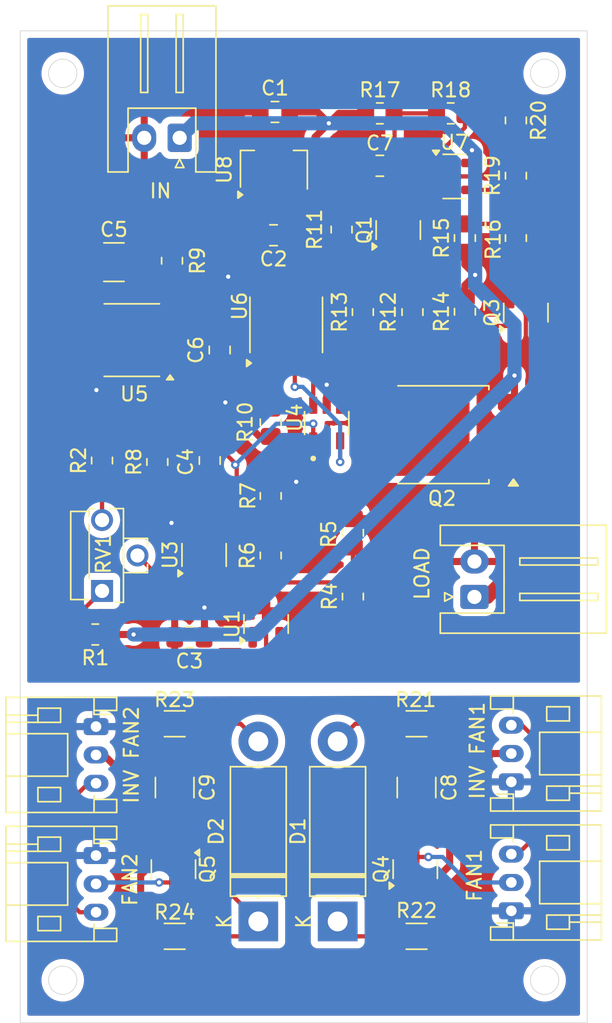
<source format=kicad_pcb>
(kicad_pcb (version 20241129) (generator "pcbnew") (generator_version "9.0")
  (layers (0 "F.Cu" signal) (2 "B.Cu" signal) (13 "F.Paste" user) (15 "B.Paste" user) (5 "F.SilkS" user "F.Silkscreen") (7 "B.SilkS" user "B.Silkscreen") (1 "F.Mask" user) (3 "B.Mask" user) (25 "Edge.Cuts" user))
  (net 0 "")
  (net 1 "/TRIGGER")
  (net 2 "Net-(U1-OUT)")
  (net 3 "Net-(U5-TR)")
  (net 4 "GND")
  (net 5 "Net-(U5-DIS)")
  (net 6 "Net-(U6-TR)")
  (net 7 "Net-(C7-Pad1)")
  (net 8 "/BOOTSTRAP")
  (net 9 "Net-(Q1-D)")
  (net 10 "+12V")
  (net 11 "Net-(Q3-G)")
  (net 12 "Net-(Q1-G)")
  (net 13 "Net-(R1-Pad2)")
  (net 14 "+5V")
  (net 15 "Net-(U7-+)")
  (net 16 "/VBAT")
  (net 17 "/LOAD")
  (net 18 "Net-(U7--)")
  (net 19 "/RESET")
  (net 20 "Net-(R19-Pad1)")
  (net 23 "/VREF")
  (net 26 "Net-(R2-Pad1)")
  (net 27 "/TIMEOUT")
  (net 28 "/SHUTDOWN-L")
  (net 29 "/SHUTDOWN-H")
  (net 30 "Net-(D1-A)")
  (net 31 "Net-(D2-A)")
  (net 32 "Net-(D1-K)")
  (net 33 "Net-(D2-K)")
  (net 34 "/FAN POWER1")
  (net 35 "/TACHOMETER1")
  (net 36 "/FAN POWER2")
  (net 37 "/TACHOMETER2")
  (net 38 "INV GND")
  (net 39 "INV1 +12V")
  (net 40 "INV2 +12V")
  (footprint "Capacitor_SMD:C_1210_3225Metric_Pad1.33x2.70mm_HandSolder" (layer "F.Cu") (at 36.6125 46.325)
    (property "Reference" "C5" (at 0 -2.3 0) (layer "F.SilkS"))
    (property "Value" "10u")
    (pad "1" smd roundrect (at -1.5625 0) (size 1.325 2.7) (layers "F.Cu" "F.Mask" "F.Paste") (roundrect_rratio 0.188679) (net 4 "GND"))
    (pad "2" smd roundrect (at 1.5625 0) (size 1.325 2.7) (layers "F.Cu" "F.Mask" "F.Paste") (roundrect_rratio 0.188679) (net 5 "Net-(U5-DIS)"))
  )
  (footprint "SN74LVC2G04DBVR:SOT95P280X145-6N" (layer "F.Cu") (at 51.625 57.68 90)
    (property "Reference" "U4" (at 0.375 -2.25 90) (layer "F.SilkS"))
    (property "Value" "SN74LVC2G04DBVR")
    (pad "1" smd roundrect (at -1.255 -0.95 90) (size 1.21 0.58) (layers "F.Cu" "F.Mask" "F.Paste") (roundrect_rratio 0.125) (net 1 "/TRIGGER"))
    (pad "2" smd roundrect (at -1.255 0 90) (size 1.21 0.58) (layers "F.Cu" "F.Mask" "F.Paste") (roundrect_rratio 0.125) (net 4 "GND"))
    (pad "3" smd roundrect (at -1.255 0.95 90) (size 1.21 0.58) (layers "F.Cu" "F.Mask" "F.Paste") (roundrect_rratio 0.125) (net 29 "/SHUTDOWN-H"))
    (pad "4" smd roundrect (at 1.255 0.95 90) (size 1.21 0.58) (layers "F.Cu" "F.Mask" "F.Paste") (roundrect_rratio 0.125) (net 28 "/SHUTDOWN-L"))
    (pad "5" smd roundrect (at 1.255 0 90) (size 1.21 0.58) (layers "F.Cu" "F.Mask" "F.Paste") (roundrect_rratio 0.125) (net 14 "+5V"))
    (pad "6" smd roundrect (at 1.255 -0.95 90) (size 1.21 0.58) (layers "F.Cu" "F.Mask" "F.Paste") (roundrect_rratio 0.125) (net 19 "/RESET"))
  )
  (footprint "Connector_JST:JST_PH_S3B-PH-K_1x03_P2.00mm_Horizontal" (layer "F.Cu") (at 64.65 92.1 90)
    (property "Reference" "IN1" (hide yes))
    (property "Value" "FAN1" (at 2.5 -2.6 90) (layer "F.SilkS"))
    (pad "1" thru_hole roundrect (at 0 0 90) (size 1.2 1.75) (drill 0.75) (layers "*.Cu" "*.Mask") (roundrect_rratio 0.208333) (net 38 "INV GND"))
    (pad "2" thru_hole oval (at 2 0 90) (size 1.2 1.75) (drill 0.75) (layers "*.Cu" "*.Mask") (net 34 "/FAN POWER1"))
    (pad "3" thru_hole oval (at 4 0 90) (size 1.2 1.75) (drill 0.75) (layers "*.Cu" "*.Mask") (net 35 "/TACHOMETER1"))
  )
  (footprint "Capacitor_SMD:C_0805_2012Metric_Pad1.18x1.45mm_HandSolder" (layer "F.Cu") (at 43.375 60.325 -90)
    (property "Reference" "C4" (at 0.1 1.7 90) (layer "F.SilkS"))
    (property "Value" "10n")
    (pad "1" smd roundrect (at -1.0375 0 270) (size 1.175 1.45) (layers "F.Cu" "F.Mask" "F.Paste") (roundrect_rratio 0.212766) (net 1 "/TRIGGER"))
    (pad "2" smd roundrect (at 1.0375 0 270) (size 1.175 1.45) (layers "F.Cu" "F.Mask" "F.Paste") (roundrect_rratio 0.212766) (net 3 "Net-(U5-TR)"))
  )
  (footprint "Package_TO_SOT_SMD:SOT-23-5" (layer "F.Cu") (at 60.6375 40.275)
    (property "Reference" "U7" (at 0 -2.4 0) (layer "F.SilkS"))
    (property "Value" "TL331")
    (pad "1" smd roundrect (at -1.1375 -0.95) (size 1.325 0.6) (layers "F.Cu" "F.Mask" "F.Paste") (net 18 "Net-(U7--)"))
    (pad "2" smd roundrect (at -1.1375 0) (size 1.325 0.6) (layers "F.Cu" "F.Mask" "F.Paste") (net 4 "GND"))
    (pad "3" smd roundrect (at -1.1375 0.95) (size 1.325 0.6) (layers "F.Cu" "F.Mask" "F.Paste") (net 15 "Net-(U7-+)"))
    (pad "4" smd roundrect (at 1.1375 0.95) (size 1.325 0.6) (layers "F.Cu" "F.Mask" "F.Paste") (net 20 "Net-(R19-Pad1)"))
    (pad "5" smd roundrect (at 1.1375 -0.95) (size 1.325 0.6) (layers "F.Cu" "F.Mask" "F.Paste") (net 10 "+12V"))
  )
  (footprint "Diode_THT:D_5W_P12.70mm_Horizontal" (layer "F.Cu") (at 52.4 92.85 90)
    (property "Reference" "D1" (at 6.35 -2.8 90) (layer "F.SilkS"))
    (property "Value" "D_Zener")
    (fp_text user "K" (at 0 -2.4 90) (layer "F.SilkS"))
    (pad "1" thru_hole rect (at 0 0 90) (size 2.8 2.8) (drill 1.4) (layers "*.Cu" "*.Mask") (net 32 "Net-(D1-K)"))
    (pad "2" thru_hole oval (at 12.7 0 90) (size 2.8 2.8) (drill 1.4) (layers "*.Cu" "*.Mask") (net 30 "Net-(D1-A)"))
  )
  (footprint "Resistor_SMD:R_0805_2012Metric_Pad1.20x1.40mm_HandSolder" (layer "F.Cu") (at 55.375 35.825)
    (property "Reference" "R17" (at 0 -1.65 0) (layer "F.SilkS"))
    (property "Value" "1M")
    (pad "1" smd roundrect (at -1 0) (size 1.2 1.4) (layers "F.Cu" "F.Mask" "F.Paste") (roundrect_rratio 0.208333) (net 10 "+12V"))
    (pad "2" smd roundrect (at 1 0) (size 1.2 1.4) (layers "F.Cu" "F.Mask" "F.Paste") (roundrect_rratio 0.208333) (net 7 "Net-(C7-Pad1)"))
  )
  (footprint "Package_TO_SOT_SMD:SOT-23" (layer "F.Cu") (at 57.875 89.1625 90)
    (property "Reference" "Q4" (at 0 -2.4 90) (layer "F.SilkS"))
    (property "Value" "PMOS 9301")
    (pad "1" smd roundrect (at -0.9375 -0.95 90) (size 1.475 0.6) (layers "F.Cu" "F.Mask" "F.Paste") (net 32 "Net-(D1-K)"))
    (pad "2" smd roundrect (at -0.9375 0.95 90) (size 1.475 0.6) (layers "F.Cu" "F.Mask" "F.Paste") (net 39 "INV1 +12V"))
    (pad "3" smd roundrect (at 0.9375 0 90) (size 1.475 0.6) (layers "F.Cu" "F.Mask" "F.Paste") (net 34 "/FAN POWER1"))
  )
  (footprint "Capacitor_SMD:C_0805_2012Metric_Pad1.18x1.45mm_HandSolder" (layer "F.Cu") (at 47.875 44.425 180)
    (property "Reference" "C2" (at 0 -1.68 0) (layer "F.SilkS"))
    (property "Value" "10u")
    (pad "1" smd roundrect (at -1.0375 0 180) (size 1.175 1.45) (layers "F.Cu" "F.Mask" "F.Paste") (roundrect_rratio 0.212766) (net 4 "GND"))
    (pad "2" smd roundrect (at 1.0375 0 180) (size 1.175 1.45) (layers "F.Cu" "F.Mask" "F.Paste") (roundrect_rratio 0.212766) (net 14 "+5V"))
  )
  (footprint "Resistor_SMD:R_0805_2012Metric_Pad1.20x1.40mm_HandSolder" (layer "F.Cu") (at 60.375 35.825)
    (property "Reference" "R18" (at 0 -1.65 0) (layer "F.SilkS"))
    (property "Value" "1k")
    (pad "1" smd roundrect (at -1 0) (size 1.2 1.4) (layers "F.Cu" "F.Mask" "F.Paste") (roundrect_rratio 0.208333) (net 7 "Net-(C7-Pad1)"))
    (pad "2" smd roundrect (at 1 0) (size 1.2 1.4) (layers "F.Cu" "F.Mask" "F.Paste") (roundrect_rratio 0.208333) (net 18 "Net-(U7--)"))
  )
  (footprint "Resistor_SMD:R_0805_2012Metric_Pad1.20x1.40mm_HandSolder" (layer "F.Cu") (at 64.975 44.625 -90)
    (property "Reference" "R16" (at 0.1 1.6 90) (layer "F.SilkS"))
    (property "Value" "500k")
    (pad "1" smd roundrect (at -1 0 270) (size 1.2 1.4) (layers "F.Cu" "F.Mask" "F.Paste") (roundrect_rratio 0.208333) (net 15 "Net-(U7-+)"))
    (pad "2" smd roundrect (at 1 0 270) (size 1.2 1.4) (layers "F.Cu" "F.Mask" "F.Paste") (roundrect_rratio 0.208333) (net 4 "GND"))
  )
  (footprint "Resistor_SMD:R_1206_3216Metric" (layer "F.Cu") (at 40.9 93.9 180)
    (property "Reference" "R24" (at 0 1.7 0) (layer "F.SilkS"))
    (property "Value" "10k")
    (pad "1" smd roundrect (at -1.4625 0 180) (size 1.125 1.75) (layers "F.Cu" "F.Mask" "F.Paste") (roundrect_rratio 0.222222) (net 33 "Net-(D2-K)"))
    (pad "2" smd roundrect (at 1.4625 0 180) (size 1.125 1.75) (layers "F.Cu" "F.Mask" "F.Paste") (roundrect_rratio 0.222222) (net 40 "INV2 +12V"))
  )
  (footprint "Potentiometer_THT:Potentiometer_Runtron_RM-063_Horizontal" (layer "F.Cu") (at 35.775 69.525 90)
    (property "Reference" "RV1" (at 2.6 0.1 90) (layer "F.SilkS"))
    (property "Value" "10k")
    (pad "1" thru_hole rect (at 0 0 90) (size 1.55 1.55) (drill 1) (layers "*.Cu" "*.Mask") (net 13 "Net-(R1-Pad2)"))
    (pad "2" thru_hole circle (at 2.5 2.5 90) (size 1.55 1.55) (drill 1) (layers "*.Cu" "*.Mask") (net 16 "/VBAT"))
    (pad "3" thru_hole circle (at 5 0 90) (size 1.55 1.55) (drill 1) (layers "*.Cu" "*.Mask") (net 26 "Net-(R2-Pad1)"))
  )
  (footprint "Resistor_SMD:R_0805_2012Metric_Pad1.20x1.40mm_HandSolder" (layer "F.Cu") (at 40.7125 46.225 -90)
    (property "Reference" "R9" (at 0 -1.8 90) (layer "F.SilkS"))
    (property "Value" "1M")
    (pad "1" smd roundrect (at -1 0 270) (size 1.2 1.4) (layers "F.Cu" "F.Mask" "F.Paste") (roundrect_rratio 0.208333) (net 14 "+5V"))
    (pad "2" smd roundrect (at 1 0 270) (size 1.2 1.4) (layers "F.Cu" "F.Mask" "F.Paste") (roundrect_rratio 0.208333) (net 5 "Net-(U5-DIS)"))
  )
  (footprint "Capacitor_SMD:C_0805_2012Metric_Pad1.18x1.45mm_HandSolder" (layer "F.Cu") (at 44.075 52.525 90)
    (property "Reference" "C6" (at 0 -1.68 90) (layer "F.SilkS"))
    (property "Value" "10n")
    (pad "1" smd roundrect (at -1.0375 0 90) (size 1.175 1.45) (layers "F.Cu" "F.Mask" "F.Paste") (roundrect_rratio 0.212766) (net 27 "/TIMEOUT"))
    (pad "2" smd roundrect (at 1.0375 0 90) (size 1.175 1.45) (layers "F.Cu" "F.Mask" "F.Paste") (roundrect_rratio 0.212766) (net 6 "Net-(U6-TR)"))
  )
  (footprint "Resistor_SMD:R_0805_2012Metric_Pad1.20x1.40mm_HandSolder" (layer "F.Cu") (at 35.775 60.325 90)
    (property "Reference" "R2" (at 0 -1.65 90) (layer "F.SilkS"))
    (property "Value" "270k")
    (pad "1" smd roundrect (at -1 0 90) (size 1.2 1.4) (layers "F.Cu" "F.Mask" "F.Paste") (roundrect_rratio 0.208333) (net 26 "Net-(R2-Pad1)"))
    (pad "2" smd roundrect (at 1 0 90) (size 1.2 1.4) (layers "F.Cu" "F.Mask" "F.Paste") (roundrect_rratio 0.208333) (net 4 "GND"))
  )
  (footprint "Resistor_SMD:R_1206_3216Metric" (layer "F.Cu") (at 57.9625 93.9)
    (property "Reference" "R22" (at 0 -1.82 0) (layer "F.SilkS"))
    (property "Value" "10k")
    (pad "1" smd roundrect (at -1.4625 0) (size 1.125 1.75) (layers "F.Cu" "F.Mask" "F.Paste") (roundrect_rratio 0.222222) (net 32 "Net-(D1-K)"))
    (pad "2" smd roundrect (at 1.4625 0) (size 1.125 1.75) (layers "F.Cu" "F.Mask" "F.Paste") (roundrect_rratio 0.222222) (net 39 "INV1 +12V"))
  )
  (footprint "Diode_THT:D_5W_P12.70mm_Horizontal" (layer "F.Cu") (at 46.8 92.85 90)
    (property "Reference" "D2" (at 6.35 -2.97 90) (layer "F.SilkS"))
    (property "Value" "D_Zener")
    (fp_text user "K" (at 0 -2.4 90) (layer "F.SilkS"))
    (pad "1" thru_hole rect (at 0 0 90) (size 2.8 2.8) (drill 1.4) (layers "*.Cu" "*.Mask") (net 33 "Net-(D2-K)"))
    (pad "2" thru_hole oval (at 12.7 0 90) (size 2.8 2.8) (drill 1.4) (layers "*.Cu" "*.Mask") (net 31 "Net-(D2-A)"))
  )
  (footprint "Capacitor_SMD:C_0805_2012Metric_Pad1.18x1.45mm_HandSolder" (layer "F.Cu") (at 41.9375 72.8 180)
    (property "Reference" "C3" (at 0 -1.68 0) (layer "F.SilkS"))
    (property "Value" "10u")
    (pad "1" smd roundrect (at -1.0375 0 180) (size 1.175 1.45) (layers "F.Cu" "F.Mask" "F.Paste") (roundrect_rratio 0.212766) (net 14 "+5V"))
    (pad "2" smd roundrect (at 1.0375 0 180) (size 1.175 1.45) (layers "F.Cu" "F.Mask" "F.Paste") (roundrect_rratio 0.212766) (net 4 "GND"))
  )
  (footprint "Package_TO_SOT_SMD:SOT-23" (layer "F.Cu") (at 47.35 71.8625 90)
    (property "Reference" "U1" (at 0 -2.4 90) (layer "F.SilkS"))
    (property "Value" "REF3025")
    (pad "1" smd roundrect (at -0.9375 -0.95 90) (size 1.475 0.6) (layers "F.Cu" "F.Mask" "F.Paste") (net 14 "+5V"))
    (pad "2" smd roundrect (at -0.9375 0.95 90) (size 1.475 0.6) (layers "F.Cu" "F.Mask" "F.Paste") (net 2 "Net-(U1-OUT)"))
    (pad "3" smd roundrect (at 0.9375 0 90) (size 1.475 0.6) (layers "F.Cu" "F.Mask" "F.Paste") (net 4 "GND"))
  )
  (footprint "Resistor_SMD:R_0805_2012Metric_Pad1.20x1.40mm_HandSolder" (layer "F.Cu") (at 54.1775 49.85 90)
    (property "Reference" "R13" (at 0 -1.65 90) (layer "F.SilkS"))
    (property "Value" "1k")
    (pad "1" smd roundrect (at -1 0 90) (size 1.2 1.4) (layers "F.Cu" "F.Mask" "F.Paste") (roundrect_rratio 0.208333) (net 8 "/BOOTSTRAP"))
    (pad "2" smd roundrect (at 1 0 90) (size 1.2 1.4) (layers "F.Cu" "F.Mask" "F.Paste") (roundrect_rratio 0.208333) (net 9 "Net-(Q1-D)"))
  )
  (footprint "Capacitor_SMD:C_1210_3225Metric" (layer "F.Cu") (at 40.9 83.4 -90)
    (property "Reference" "C9" (at 0 -2.3 90) (layer "F.SilkS"))
    (property "Value" "1u")
    (pad "1" smd roundrect (at -1.475 0 270) (size 1.15 2.7) (layers "F.Cu" "F.Mask" "F.Paste") (roundrect_rratio 0.217391) (net 31 "Net-(D2-A)"))
    (pad "2" smd roundrect (at 1.475 0 270) (size 1.15 2.7) (layers "F.Cu" "F.Mask" "F.Paste") (roundrect_rratio 0.217391) (net 40 "INV2 +12V"))
  )
  (footprint "Resistor_SMD:R_0805_2012Metric_Pad1.20x1.40mm_HandSolder" (layer "F.Cu") (at 53.475 69.925 90)
    (property "Reference" "R4" (at 0 -1.65 90) (layer "F.SilkS"))
    (property "Value" "1k")
    (pad "1" smd roundrect (at -1 0 90) (size 1.2 1.4) (layers "F.Cu" "F.Mask" "F.Paste") (roundrect_rratio 0.208333) (net 2 "Net-(U1-OUT)"))
    (pad "2" smd roundrect (at 1 0 90) (size 1.2 1.4) (layers "F.Cu" "F.Mask" "F.Paste") (roundrect_rratio 0.208333) (net 23 "/VREF"))
  )
  (footprint "Resistor_SMD:R_1206_3216Metric" (layer "F.Cu") (at 40.9 78.9)
    (property "Reference" "R23" (at 0 -1.7 0) (layer "F.SilkS"))
    (property "Value" "10k")
    (pad "1" smd roundrect (at -1.4625 0) (size 1.125 1.75) (layers "F.Cu" "F.Mask" "F.Paste") (roundrect_rratio 0.222222) (net 38 "INV GND"))
    (pad "2" smd roundrect (at 1.4625 0) (size 1.125 1.75) (layers "F.Cu" "F.Mask" "F.Paste") (roundrect_rratio 0.222222) (net 31 "Net-(D2-A)"))
  )
  (footprint "Package_TO_SOT_SMD:SOT-23-5" (layer "F.Cu") (at 42.975 66.9875 90)
    (property "Reference" "U3" (at 0 -2.4 90) (layer "F.SilkS"))
    (property "Value" "TL331")
    (pad "1" smd roundrect (at -1.1375 -0.95 90) (size 1.325 0.6) (layers "F.Cu" "F.Mask" "F.Paste") (net 16 "/VBAT"))
    (pad "2" smd roundrect (at -1.1375 0 90) (size 1.325 0.6) (layers "F.Cu" "F.Mask" "F.Paste") (net 4 "GND"))
    (pad "3" smd roundrect (at -1.1375 0.95 90) (size 1.325 0.6) (layers "F.Cu" "F.Mask" "F.Paste") (net 23 "/VREF"))
    (pad "4" smd roundrect (at 1.1375 0.95 90) (size 1.325 0.6) (layers "F.Cu" "F.Mask" "F.Paste") (net 1 "/TRIGGER"))
    (pad "5" smd roundrect (at 1.1375 -0.95 90) (size 1.325 0.6) (layers "F.Cu" "F.Mask" "F.Paste") (net 14 "+5V"))
  )
  (footprint "Package_TO_SOT_SMD:TO-252-2" (layer "F.Cu") (at 59.76 58.5 180)
    (property "Reference" "Q2" (at 0 -4.5 0) (layer "F.SilkS"))
    (property "Value" "PMOS")
    (pad "1" smd roundrect (at -5.04 -2.28 180) (size 2.2 1.2) (layers "F.Cu" "F.Mask" "F.Paste") (roundrect_rratio 0.208333) (net 17 "/LOAD"))
    (pad "2" smd roundrect (at -0.415 -1.525 180) (size 3.05 2.75) (layers "F.Cu" "F.Paste") (roundrect_rratio 0.090909) (net 8 "/BOOTSTRAP"))
    (pad "2" smd roundrect (at -0.415 1.525 180) (size 3.05 2.75) (layers "F.Cu" "F.Paste") (roundrect_rratio 0.090909) (net 8 "/BOOTSTRAP"))
    (pad "2" smd roundrect (at 1.26 0 180) (size 6.4 5.8) (layers "F.Cu" "F.Mask") (roundrect_rratio 0.043103) (net 8 "/BOOTSTRAP"))
    (pad "2" smd roundrect (at 2.935 -1.525 180) (size 3.05 2.75) (layers "F.Cu" "F.Paste") (roundrect_rratio 0.090909) (net 8 "/BOOTSTRAP"))
    (pad "2" smd roundrect (at 2.935 1.525 180) (size 3.05 2.75) (layers "F.Cu" "F.Paste") (roundrect_rratio 0.090909) (net 8 "/BOOTSTRAP"))
    (pad "3" smd roundrect (at -5.04 2.28 180) (size 2.2 1.2) (layers "F.Cu" "F.Mask" "F.Paste") (roundrect_rratio 0.208333) (net 10 "+12V"))
  )
  (footprint "Resistor_SMD:R_0805_2012Metric_Pad1.20x1.40mm_HandSolder" (layer "F.Cu") (at 57.6775 49.85 -90)
    (property "Reference" "R12" (at 0 1.7 90) (layer "F.SilkS"))
    (property "Value" "10k")
    (pad "1" smd roundrect (at -1 0 270) (size 1.2 1.4) (layers "F.Cu" "F.Mask" "F.Paste") (roundrect_rratio 0.208333) (net 12 "Net-(Q1-G)"))
    (pad "2" smd roundrect (at 1 0 270) (size 1.2 1.4) (layers "F.Cu" "F.Mask" "F.Paste") (roundrect_rratio 0.208333) (net 4 "GND"))
  )
  (footprint "Resistor_SMD:R_0805_2012Metric_Pad1.20x1.40mm_HandSolder" (layer "F.Cu") (at 53.475 65.425 -90)
    (property "Reference" "R5" (at 0.1 1.7 90) (layer "F.SilkS"))
    (property "Value" "10k")
    (pad "1" smd roundrect (at -1 0 270) (size 1.2 1.4) (layers "F.Cu" "F.Mask" "F.Paste") (roundrect_rratio 0.208333) (net 4 "GND"))
    (pad "2" smd roundrect (at 1 0 270) (size 1.2 1.4) (layers "F.Cu" "F.Mask" "F.Paste") (roundrect_rratio 0.208333) (net 23 "/VREF"))
  )
  (footprint "Resistor_SMD:R_0805_2012Metric_Pad1.20x1.40mm_HandSolder" (layer "F.Cu") (at 39.675 60.425 90)
    (property "Reference" "R8" (at 0 -1.65 90) (layer "F.SilkS"))
    (property "Value" "10k")
    (pad "1" smd roundrect (at -1 0 90) (size 1.2 1.4) (layers "F.Cu" "F.Mask" "F.Paste") (roundrect_rratio 0.208333) (net 14 "+5V"))
    (pad "2" smd roundrect (at 1 0 90) (size 1.2 1.4) (layers "F.Cu" "F.Mask" "F.Paste") (roundrect_rratio 0.208333) (net 3 "Net-(U5-TR)"))
  )
  (footprint "Resistor_SMD:R_0805_2012Metric_Pad1.20x1.40mm_HandSolder" (layer "F.Cu") (at 61.3775 49.825 90)
    (property "Reference" "R14" (at 0 -1.65 90) (layer "F.SilkS"))
    (property "Value" "10k")
    (pad "1" smd roundrect (at -1 0 90) (size 1.2 1.4) (layers "F.Cu" "F.Mask" "F.Paste") (roundrect_rratio 0.208333) (net 8 "/BOOTSTRAP"))
    (pad "2" smd roundrect (at 1 0 90) (size 1.2 1.4) (layers "F.Cu" "F.Mask" "F.Paste") (roundrect_rratio 0.208333) (net 10 "+12V"))
  )
  (footprint "Capacitor_SMD:C_0805_2012Metric_Pad1.18x1.45mm_HandSolder" (layer "F.Cu") (at 55.375 39.525 180)
    (property "Reference" "C7" (at 0 1.6 0) (layer "F.SilkS"))
    (property "Value" "1u")
    (pad "1" smd roundrect (at -1.0375 0 180) (size 1.175 1.45) (layers "F.Cu" "F.Mask" "F.Paste") (roundrect_rratio 0.212766) (net 7 "Net-(C7-Pad1)"))
    (pad "2" smd roundrect (at 1.0375 0 180) (size 1.175 1.45) (layers "F.Cu" "F.Mask" "F.Paste") (roundrect_rratio 0.212766) (net 4 "GND"))
  )
  (footprint "Resistor_SMD:R_0805_2012Metric_Pad1.20x1.40mm_HandSolder" (layer "F.Cu") (at 47.675 67.025 90)
    (property "Reference" "R6" (at 0 -1.65 90) (layer "F.SilkS"))
    (property "Value" "500k")
    (pad "1" smd roundrect (at -1 0 90) (size 1.2 1.4) (layers "F.Cu" "F.Mask" "F.Paste") (roundrect_rratio 0.208333) (net 23 "/VREF"))
    (pad "2" smd roundrect (at 1 0 90) (size 1.2 1.4) (layers "F.Cu" "F.Mask" "F.Paste") (roundrect_rratio 0.208333) (net 1 "/TRIGGER"))
  )
  (footprint "Connector_JST:JST_PH_S3B-PH-K_1x03_P2.00mm_Horizontal" (layer "F.Cu") (at 64.65 83 90)
    (property "Reference" "IN2" (hide yes))
    (property "Value" "INV FAN1" (at 2.2 -2.4 90) (layer "F.SilkS"))
    (pad "1" thru_hole roundrect (at 0 0 90) (size 1.2 1.75) (drill 0.75) (layers "*.Cu" "*.Mask") (roundrect_rratio 0.208333) (net 38 "INV GND"))
    (pad "2" thru_hole oval (at 2 0 90) (size 1.2 1.75) (drill 0.75) (layers "*.Cu" "*.Mask") (net 39 "INV1 +12V"))
    (pad "3" thru_hole oval (at 4 0 90) (size 1.2 1.75) (drill 0.75) (layers "*.Cu" "*.Mask") (net 35 "/TACHOMETER1"))
  )
  (footprint "Package_SO:SOIC-8_3.9x4.9mm_P1.27mm" (layer "F.Cu") (at 48.77 50.75 90)
    (property "Reference" "U6" (at 1.325 -3.295 90) (layer "F.SilkS"))
    (property "Value" "NE555D")
    (pad "1" smd roundrect (at -2.475 -1.905 90) (size 1.95 0.6) (layers "F.Cu" "F.Mask" "F.Paste") (net 4 "GND"))
    (pad "2" smd roundrect (at -2.475 -0.635 90) (size 1.95 0.6) (layers "F.Cu" "F.Mask" "F.Paste") (net 6 "Net-(U6-TR)"))
    (pad "3" smd roundrect (at -2.475 0.635 90) (size 1.95 0.6) (layers "F.Cu" "F.Mask" "F.Paste") (net 29 "/SHUTDOWN-H"))
    (pad "4" smd roundrect (at -2.475 1.905 90) (size 1.95 0.6) (layers "F.Cu" "F.Mask" "F.Paste") (net 19 "/RESET"))
    (pad "5" smd roundrect (at 2.475 1.905 90) (size 1.95 0.6) (layers "F.Cu" "F.Mask" "F.Paste"))
    (pad "6" smd roundrect (at 2.475 0.635 90) (size 1.95 0.6) (layers "F.Cu" "F.Mask" "F.Paste"))
    (pad "7" smd roundrect (at 2.475 -0.635 90) (size 1.95 0.6) (layers "F.Cu" "F.Mask" "F.Paste"))
    (pad "8" smd roundrect (at 2.475 -1.905 90) (size 1.95 0.6) (layers "F.Cu" "F.Mask" "F.Paste") (net 14 "+5V"))
  )
  (footprint "Resistor_SMD:R_0805_2012Metric_Pad1.20x1.40mm_HandSolder" (layer "F.Cu") (at 35.3 72.6 180)
    (property "Reference" "R1" (at 0 -1.65 0) (layer "F.SilkS"))
    (property "Value" "1M")
    (pad "1" smd roundrect (at -1 0 180) (size 1.2 1.4) (layers "F.Cu" "F.Mask" "F.Paste") (roundrect_rratio 0.208333) (net 10 "+12V"))
    (pad "2" smd roundrect (at 1 0 180) (size 1.2 1.4) (layers "F.Cu" "F.Mask" "F.Paste") (roundrect_rratio 0.208333) (net 13 "Net-(R1-Pad2)"))
  )
  (footprint "Resistor_SMD:R_0805_2012Metric_Pad1.20x1.40mm_HandSolder" (layer "F.Cu") (at 64.975 36.325 90)
    (property "Reference" "R20" (at 0 1.6 90) (layer "F.SilkS"))
    (property "Value" "10k")
    (pad "1" smd roundrect (at -1 0 90) (size 1.2 1.4) (layers "F.Cu" "F.Mask" "F.Paste") (roundrect_rratio 0.208333) (net 11 "Net-(Q3-G)"))
    (pad "2" smd roundrect (at 1 0 90) (size 1.2 1.4) (layers "F.Cu" "F.Mask" "F.Paste") (roundrect_rratio 0.208333) (net 4 "GND"))
  )
  (footprint "Resistor_SMD:R_0805_2012Metric_Pad1.20x1.40mm_HandSolder" (layer "F.Cu") (at 47.675 62.825 90)
    (property "Reference" "R7" (at 0 -1.6 90) (layer "F.SilkS"))
    (property "Value" "10k")
    (pad "1" smd roundrect (at -1 0 90) (size 1.2 1.4) (layers "F.Cu" "F.Mask" "F.Paste") (roundrect_rratio 0.208333) (net 1 "/TRIGGER"))
    (pad "2" smd roundrect (at 1 0 90) (size 1.2 1.4) (layers "F.Cu" "F.Mask" "F.Paste") (roundrect_rratio 0.208333) (net 14 "+5V"))
  )
  (footprint "Package_SO:SOIC-8_3.9x4.9mm_P1.27mm" (layer "F.Cu") (at 37.875 51.825 180)
    (property "Reference" "U5" (at -0.175 -3.805 0) (layer "F.SilkS"))
    (property "Value" "NE555D")
    (pad "1" smd roundrect (at -2.475 -1.905 180) (size 1.95 0.6) (layers "F.Cu" "F.Mask" "F.Paste") (net 4 "GND"))
    (pad "2" smd roundrect (at -2.475 -0.635 180) (size 1.95 0.6) (layers "F.Cu" "F.Mask" "F.Paste") (net 3 "Net-(U5-TR)"))
    (pad "3" smd roundrect (at -2.475 0.635 180) (size 1.95 0.6) (layers "F.Cu" "F.Mask" "F.Paste") (net 27 "/TIMEOUT"))
    (pad "4" smd roundrect (at -2.475 1.905 180) (size 1.95 0.6) (layers "F.Cu" "F.Mask" "F.Paste") (net 19 "/RESET"))
    (pad "5" smd roundrect (at 2.475 1.905 180) (size 1.95 0.6) (layers "F.Cu" "F.Mask" "F.Paste"))
    (pad "6" smd roundrect (at 2.475 0.635 180) (size 1.95 0.6) (layers "F.Cu" "F.Mask" "F.Paste") (net 5 "Net-(U5-DIS)"))
    (pad "7" smd roundrect (at 2.475 -0.635 180) (size 1.95 0.6) (layers "F.Cu" "F.Mask" "F.Paste") (net 5 "Net-(U5-DIS)"))
    (pad "8" smd roundrect (at 2.475 -1.905 180) (size 1.95 0.6) (layers "F.Cu" "F.Mask" "F.Paste") (net 14 "+5V"))
  )
  (footprint "Resistor_SMD:R_0805_2012Metric_Pad1.20x1.40mm_HandSolder" (layer "F.Cu") (at 64.975 40.225 90)
    (property "Reference" "R19" (at 0 -1.65 90) (layer "F.SilkS"))
    (property "Value" "1k")
    (pad "1" smd roundrect (at -1 0 90) (size 1.2 1.4) (layers "F.Cu" "F.Mask" "F.Paste") (roundrect_rratio 0.208333) (net 20 "Net-(R19-Pad1)"))
    (pad "2" smd roundrect (at 1 0 90) (size 1.2 1.4) (layers "F.Cu" "F.Mask" "F.Paste") (roundrect_rratio 0.208333) (net 11 "Net-(Q3-G)"))
  )
  (footprint "Package_TO_SOT_SMD:SOT-89-3" (layer "F.Cu") (at 47.9 39.8 90)
    (property "Reference" "U8" (at 0 -3.5 90) (layer "F.SilkS"))
    (property "Value" "L78L05_SOT89")
    (pad "1" smd roundrect (at -1.95 -1.5 90) (size 1.3 0.9) (layers "F.Cu" "F.Mask" "F.Paste") (net 14 "+5V"))
    (pad "2" smd custom (at -1.8625 0 90) (size 1.475 0.9) (layers "F.Cu" "F.Mask" "F.Paste") (net 4 "GND") (options (clearance outline) (anchor rect)) (primitives (gr_poly (pts (xy 3.8625 0.8665) (xy 0.7375 0.8665) (xy 0.7375 -0.8665) (xy 3.8625 -0.8665)) (width 0) (fill yes))))
    (pad "3" smd roundrect (at -1.95 1.5 90) (size 1.3 0.9) (layers "F.Cu" "F.Mask" "F.Paste") (net 10 "+12V"))
  )
  (footprint "Package_TO_SOT_SMD:SOT-23" (layer "F.Cu") (at 56.675 44.0625 90)
    (property "Reference" "Q1" (at 0 -2.4 90) (layer "F.SilkS"))
    (property "Value" "NMOS")
    (pad "1" smd roundrect (at -0.9375 -0.95 90) (size 1.475 0.6) (layers "F.Cu" "F.Mask" "F.Paste") (net 9 "Net-(Q1-D)"))
    (pad "2" smd roundrect (at -0.9375 0.95 90) (size 1.475 0.6) (layers "F.Cu" "F.Mask" "F.Paste") (net 12 "Net-(Q1-G)"))
    (pad "3" smd roundrect (at 0.9375 0 90) (size 1.475 0.6) (layers "F.Cu" "F.Mask" "F.Paste") (net 4 "GND"))
  )
  (footprint "Connector_JST:JST_XH_S2B-XH-A_1x02_P2.50mm_Horizontal" (layer "F.Cu") (at 41.25 37.55 180)
    (property "Reference" "J1" (hide yes))
    (property "Value" "IN" (at 1.35 -3.75 0) (layer "F.SilkS"))
    (pad "1" thru_hole roundrect (at 0 0 180) (size 1.7 2) (drill 1) (layers "*.Cu" "*.Mask") (roundrect_rratio 0.147059) (net 10 "+12V"))
    (pad "2" thru_hole oval (at 2.5 0 180) (size 1.7 2) (drill 1) (layers "*.Cu" "*.Mask") (net 4 "GND"))
  )
  (footprint "Resistor_SMD:R_0805_2012Metric_Pad1.20x1.40mm_HandSolder" (layer "F.Cu") (at 47.675 57.625 90)
    (property "Reference" "R10" (at 0 -1.8 90) (layer "F.SilkS"))
    (property "Value" "10k")
    (pad "1" smd roundrect (at -1 0 90) (size 1.2 1.4) (layers "F.Cu" "F.Mask" "F.Paste") (roundrect_rratio 0.208333) (net 14 "+5V"))
    (pad "2" smd roundrect (at 1 0 90) (size 1.2 1.4) (layers "F.Cu" "F.Mask" "F.Paste") (roundrect_rratio 0.208333) (net 6 "Net-(U6-TR)"))
  )
  (footprint "Resistor_SMD:R_1206_3216Metric" (layer "F.Cu") (at 57.9625 78.9 180)
    (property "Reference" "R21" (at 0.0625 1.7 0) (layer "F.SilkS"))
    (property "Value" "10k")
    (pad "1" smd roundrect (at -1.4625 0 180) (size 1.125 1.75) (layers "F.Cu" "F.Mask" "F.Paste") (roundrect_rratio 0.222222) (net 38 "INV GND"))
    (pad "2" smd roundrect (at 1.4625 0 180) (size 1.125 1.75) (layers "F.Cu" "F.Mask" "F.Paste") (roundrect_rratio 0.222222) (net 30 "Net-(D1-A)"))
  )
  (footprint "Capacitor_SMD:C_1210_3225Metric" (layer "F.Cu") (at 57.9625 83.4 -90)
    (property "Reference" "C8" (at 0 -2.3 90) (layer "F.SilkS"))
    (property "Value" "1u")
    (pad "1" smd roundrect (at -1.475 0 270) (size 1.15 2.7) (layers "F.Cu" "F.Mask" "F.Paste") (roundrect_rratio 0.217391) (net 30 "Net-(D1-A)"))
    (pad "2" smd roundrect (at 1.475 0 270) (size 1.15 2.7) (layers "F.Cu" "F.Mask" "F.Paste") (roundrect_rratio 0.217391) (net 39 "INV1 +12V"))
  )
  (footprint "Connector_JST:JST_XH_S2B-XH-A_1x02_P2.50mm_Horizontal" (layer "F.Cu") (at 62.05 69.95 90)
    (property "Reference" "J2" (hide yes))
    (property "Value" "LOAD" (at 1.65 -3.7 90) (layer "F.SilkS"))
    (pad "1" thru_hole roundrect (at 0 0 90) (size 1.7 2) (drill 1) (layers "*.Cu" "*.Mask") (roundrect_rratio 0.147059) (net 17 "/LOAD"))
    (pad "2" thru_hole oval (at 2.5 0 90) (size 1.7 2) (drill 1) (layers "*.Cu" "*.Mask") (net 4 "GND"))
  )
  (footprint "Connector_JST:JST_PH_S3B-PH-K_1x03_P2.00mm_Horizontal" (layer "F.Cu") (at 35.35 88.2 -90)
    (property "Reference" "IN3" (hide yes))
    (property "Value" "FAN2" (at 1.7 -2.4 90) (layer "F.SilkS"))
    (pad "1" thru_hole roundrect (at 0 0 270) (size 1.2 1.75) (drill 0.75) (layers "*.Cu" "*.Mask") (roundrect_rratio 0.208333) (net 38 "INV GND"))
    (pad "2" thru_hole oval (at 2 0 270) (size 1.2 1.75) (drill 0.75) (layers "*.Cu" "*.Mask") (net 36 "/FAN POWER2"))
    (pad "3" thru_hole oval (at 4 0 270) (size 1.2 1.75) (drill 0.75) (layers "*.Cu" "*.Mask") (net 37 "/TACHOMETER2"))
  )
  (footprint "Capacitor_SMD:C_0805_2012Metric_Pad1.18x1.45mm_HandSolder" (layer "F.Cu") (at 47.975 35.725)
    (property "Reference" "C1" (at 0 -1.68 0) (layer "F.SilkS"))
    (property "Value" "10u")
    (pad "1" smd roundrect (at -1.0375 0) (size 1.175 1.45) (layers "F.Cu" "F.Mask" "F.Paste") (roundrect_rratio 0.212766) (net 4 "GND"))
    (pad "2" smd roundrect (at 1.0375 0) (size 1.175 1.45) (layers "F.Cu" "F.Mask" "F.Paste") (roundrect_rratio 0.212766) (net 10 "+12V"))
  )
  (footprint "Resistor_SMD:R_0805_2012Metric_Pad1.20x1.40mm_HandSolder" (layer "F.Cu") (at 52.675 44.025 -90)
    (property "Reference" "R11" (at 0 1.9 90) (layer "F.SilkS"))
    (property "Value" "1k")
    (pad "1" smd roundrect (at -1 0 270) (size 1.2 1.4) (layers "F.Cu" "F.Mask" "F.Paste") (roundrect_rratio 0.208333) (net 12 "Net-(Q1-G)"))
    (pad "2" smd roundrect (at 1 0 270) (size 1.2 1.4) (layers "F.Cu" "F.Mask" "F.Paste") (roundrect_rratio 0.208333) (net 28 "/SHUTDOWN-L"))
  )
  (footprint "Resistor_SMD:R_0805_2012Metric_Pad1.20x1.40mm_HandSolder" (layer "F.Cu") (at 61.375 44.625 90)
    (property "Reference" "R15" (at 0 -1.65 90) (layer "F.SilkS"))
    (property "Value" "500k")
    (pad "1" smd roundrect (at -1 0 90) (size 1.2 1.4) (layers "F.Cu" "F.Mask" "F.Paste") (roundrect_rratio 0.208333) (net 10 "+12V"))
    (pad "2" smd roundrect (at 1 0 90) (size 1.2 1.4) (layers "F.Cu" "F.Mask" "F.Paste") (roundrect_rratio 0.208333) (net 15 "Net-(U7-+)"))
  )
  (footprint "Package_TO_SOT_SMD:SOT-23" (layer "F.Cu") (at 40.8125 89.1625 -90)
    (property "Reference" "Q5" (at 0 -2.4 90) (layer "F.SilkS"))
    (property "Value" "PMOS 9301")
    (pad "1" smd roundrect (at -0.9375 -0.95 270) (size 1.475 0.6) (layers "F.Cu" "F.Mask" "F.Paste") (net 33 "Net-(D2-K)"))
    (pad "2" smd roundrect (at -0.9375 0.95 270) (size 1.475 0.6) (layers "F.Cu" "F.Mask" "F.Paste") (net 40 "INV2 +12V"))
    (pad "3" smd roundrect (at 0.9375 0 270) (size 1.475 0.6) (layers "F.Cu" "F.Mask" "F.Paste") (net 36 "/FAN POWER2"))
  )
  (footprint "Package_TO_SOT_SMD:SOT-23" (layer "F.Cu") (at 65.6775 49.8875 90)
    (property "Reference" "Q3" (at 0 -2.4 90) (layer "F.SilkS"))
    (property "Value" "NMOS")
    (pad "1" smd roundrect (at -0.9375 -0.95 90) (size 1.475 0.6) (layers "F.Cu" "F.Mask" "F.Paste") (net 8 "/BOOTSTRAP"))
    (pad "2" smd roundrect (at -0.9375 0.95 90) (size 1.475 0.6) (layers "F.Cu" "F.Mask" "F.Paste") (net 11 "Net-(Q3-G)"))
    (pad "3" smd roundrect (at 0.9375 0 90) (size 1.475 0.6) (layers "F.Cu" "F.Mask" "F.Paste") (net 4 "GND"))
  )
  (footprint "Connector_JST:JST_PH_S3B-PH-K_1x03_P2.00mm_Horizontal" (layer "F.Cu") (at 35.35 79.1 -90)
    (property "Reference" "IN4" (hide yes))
    (property "Value" "INV FAN2" (at 2 -2.5 90) (layer "F.SilkS"))
    (pad "1" thru_hole roundrect (at 0 0 270) (size 1.2 1.75) (drill 0.75) (layers "*.Cu" "*.Mask") (roundrect_rratio 0.208333) (net 38 "INV GND"))
    (pad "2" thru_hole oval (at 2 0 270) (size 1.2 1.75) (drill 0.75) (layers "*.Cu" "*.Mask") (net 40 "INV2 +12V"))
    (pad "3" thru_hole oval (at 4 0 270) (size 1.2 1.75) (drill 0.75) (layers "*.Cu" "*.Mask") (net 37 "/TACHOMETER2"))
  )
  (gr_circle (center 67 97) (end 68 97) (stroke (width 0.05)) (fill no) (layer "Edge.Cuts"))
  (gr_circle (center 67 33) (end 68 33) (stroke (width 0.05)) (fill no) (layer "Edge.Cuts"))
  (gr_circle (center 33 97) (end 34 97) (stroke (width 0.05)) (fill no) (layer "Edge.Cuts"))
  (gr_rect (start 30 30) (end 70 100) (stroke (width 0.05)) (fill no) (layer "Edge.Cuts"))
  (gr_circle (center 33 33) (end 34 33) (stroke (width 0.05)) (fill no) (layer "Edge.Cuts"))
  (segment (start 47.675 66.025) (end 47.675 63.825) (width 0.3) (layer "F.Cu") (net 1))
  (segment (start 43.9375 59.2875) (end 45.275 60.625) (width 0.3) (layer "F.Cu") (net 1))
  (segment (start 45.275 64.5) (end 43.925 65.85) (width 0.3) (layer "F.Cu") (net 1))
  (segment (start 50.675 58.935) (end 50.675 57.725) (width 0.3) (layer "F.Cu") (net 1))
  (segment (start 44.1 66.025) (end 43.925 65.85) (width 0.3) (layer "F.Cu") (net 1))
  (segment (start 45.275 60.625) (end 45.275 64.5) (width 0.3) (layer "F.Cu") (net 1))
  (segment (start 47.675 66.025) (end 44.1 66.025) (width 0.3) (layer "F.Cu") (net 1))
  (segment (start 43.375 59.2875) (end 43.9375 59.2875) (width 0.3) (layer "F.Cu") (net 1))
  (via (at 45.175 60.625) (size 0.6) (drill 0.3) (layers "F.Cu" "B.Cu") (net 1))
  (via (at 50.675 57.725) (size 0.6) (drill 0.3) (layers "F.Cu" "B.Cu") (net 1))
  (segment (start 45.175 60.625) (end 48.075 57.725) (width 0.3) (layer "B.Cu") (net 1))
  (segment (start 48.075 57.725) (end 50.675 57.725) (width 0.3) (layer "B.Cu") (net 1))
  (segment (start 48.3 72.8) (end 51.6 72.8) (width 0.3) (layer "F.Cu") (net 2))
  (segment (start 51.6 72.8) (end 53.475 70.925) (width 0.3) (layer "F.Cu") (net 2))
  (segment (start 40.475 59.425) (end 42.4125 61.3625) (width 0.3) (layer "F.Cu") (net 3))
  (segment (start 38.175 57.925) (end 38.175 53.825) (width 0.3) (layer "F.Cu") (net 3))
  (segment (start 38.175 53.825) (end 39.54 52.46) (width 0.3) (layer "F.Cu") (net 3))
  (segment (start 39.675 59.425) (end 40.475 59.425) (width 0.3) (layer "F.Cu") (net 3))
  (segment (start 42.4125 61.3625) (end 43.375 61.3625) (width 0.3) (layer "F.Cu") (net 3))
  (segment (start 39.54 52.46) (end 40.35 52.46) (width 0.3) (layer "F.Cu") (net 3))
  (segment (start 39.675 59.425) (end 38.175 57.925) (width 0.3) (layer "F.Cu") (net 3))
  (segment (start 36.91 51.19) (end 38.175 49.925) (width 0.3) (layer "F.Cu") (net 5))
  (segment (start 40.7125 47.225) (end 39.075 47.225) (width 0.3) (layer "F.Cu") (net 5))
  (segment (start 35.4 51.19) (end 36.91 51.19) (width 0.3) (layer "F.Cu") (net 5))
  (segment (start 38.175 49.925) (end 38.175 46.325) (width 0.3) (layer "F.Cu") (net 5))
  (segment (start 35.4 52.46) (end 35.4 51.19) (width 0.3) (layer "F.Cu") (net 5))
  (segment (start 39.075 47.225) (end 38.175 46.325) (width 0.3) (layer "F.Cu") (net 5))
  (segment (start 48.135 53.225) (end 48.135 56.265) (width 0.3) (layer "F.Cu") (net 6))
  (segment (start 44.075 51.4875) (end 47.5375 51.4875) (width 0.3) (layer "F.Cu") (net 6))
  (segment (start 48.135 52.085) (end 48.135 53.225) (width 0.3) (layer "F.Cu") (net 6))
  (segment (start 48.135 56.265) (end 47.775 56.625) (width 0.3) (layer "F.Cu") (net 6))
  (segment (start 47.5375 51.4875) (end 48.135 52.085) (width 0.3) (layer "F.Cu") (net 6))
  (segment (start 56.375 35.825) (end 56.4125 35.8625) (width 0.3) (layer "F.Cu") (net 7))
  (segment (start 56.375 35.825) (end 59.375 35.825) (width 0.3) (layer "F.Cu") (net 7))
  (segment (start 56.4125 35.8625) (end 56.4125 39.525) (width 0.3) (layer "F.Cu") (net 7))
  (segment (start 61.3775 55.7725) (end 60.175 56.975) (width 0.3) (layer "F.Cu") (net 8))
  (segment (start 54.1775 50.85) (end 54.1775 54.3275) (width 0.3) (layer "F.Cu") (net 8))
  (segment (start 61.3775 50.825) (end 64.7275 50.825) (width 0.3) (layer "F.Cu") (net 8))
  (segment (start 54.1775 54.3275) (end 56.825 56.975) (width 0.3) (layer "F.Cu") (net 8))
  (segment (start 61.3775 50.825) (end 61.3775 55.7725) (width 0.3) (layer "F.Cu") (net 8))
  (segment (start 54.1775 48.85) (end 54.1775 46.5475) (width 0.3) (layer "F.Cu") (net 9))
  (segment (start 54.1775 46.5475) (end 55.725 45) (width 0.3) (layer "F.Cu") (net 9))
  (segment (start 61.875 39.225) (end 61.775 39.325) (width 0.5) (layer "F.Cu") (net 10))
  (segment (start 61.3775 47.9475) (end 61.3775 48.825) (width 0.5) (layer "F.Cu") (net 10))
  (segment (start 50.975 35.725) (end 51.775 36.525) (width 0.5) (layer "F.Cu") (net 10))
  (segment (start 36.3 72.6) (end 38 72.6) (width 0.5) (layer "F.Cu") (net 10))
  (segment (start 51.775 36.525) (end 52.475 35.825) (width 0.5) (layer "F.Cu") (net 10))
  (segment (start 50.8 40.35) (end 50.8 37.5) (width 0.5) (layer "F.Cu") (net 10))
  (segment (start 49.0125 35.725) (end 50.975 35.725) (width 0.5) (layer "F.Cu") (net 10))
  (segment (start 49.4 41.75) (end 50.8 40.35) (width 0.5) (layer "F.Cu") (net 10))
  (segment (start 61.875 38.425) (end 61.875 39.225) (width 0.5) (layer "F.Cu") (net 10))
  (segment (start 62.1 47.225) (end 61.3775 47.9475) (width 0.5) (layer "F.Cu") (net 10))
  (segment (start 61.375 46.5) (end 62.1 47.225) (width 0.5) (layer "F.Cu") (net 10))
  (segment (start 61.375 45.625) (end 61.375 46.5) (width 0.5) (layer "F.Cu") (net 10))
  (segment (start 50.8 37.5) (end 51.775 36.525) (width 0.5) (layer "F.Cu") (net 10))
  (segment (start 64.875 56.195) (end 64.9 56.22) (width 0.5) (layer "F.Cu") (net 10))
  (segment (start 52.475 35.825) (end 54.375 35.825) (width 0.5) (layer "F.Cu") (net 10))
  (segment (start 64.875 54.325) (end 64.875 56.195) (width 0.5) (layer "F.Cu") (net 10))
  (via (at 51.775 36.525) (size 0.6) (drill 0.3) (layers "F.Cu" "B.Cu") (net 10))
  (via (at 62.1 47.225) (size 0.6) (drill 0.3) (layers "F.Cu" "B.Cu") (net 10))
  (via (at 38 72.6) (size 0.6) (drill 0.3) (layers "F.Cu" "B.Cu") (net 10))
  (via (at 64.875 54.325) (size 0.6) (drill 0.3) (layers "F.Cu" "B.Cu") (net 10))
  (via (at 61.875 38.425) (size 0.6) (drill 0.3) (layers "F.Cu" "B.Cu") (net 10))
  (segment (start 59.975 36.525) (end 61.875 38.425) (width 1) (layer "B.Cu") (net 10))
  (segment (start 42.275 36.525) (end 59.975 36.525) (width 1) (layer "B.Cu") (net 10))
  (segment (start 41.25 37.55) (end 42.275 36.525) (width 1) (layer "B.Cu") (net 10))
  (segment (start 64.875 50.725) (end 64.875 54.325) (width 1) (layer "B.Cu") (net 10))
  (segment (start 46.7 72.6) (end 64.875 54.425) (width 1) (layer "B.Cu") (net 10))
  (segment (start 61.875 38.425) (end 62.1 38.65) (width 1) (layer "B.Cu") (net 10))
  (segment (start 64.875 54.425) (end 64.875 54.325) (width 1) (layer "B.Cu") (net 10))
  (segment (start 62.1 38.65) (end 62.1 47.95) (width 1) (layer "B.Cu") (net 10))
  (segment (start 38 72.6) (end 46.7 72.6) (width 1) (layer "B.Cu") (net 10))
  (segment (start 62.1 47.95) (end 64.875 50.725) (width 1) (layer "B.Cu") (net 10))
  (segment (start 66.6275 40.8775) (end 66.6275 50.825) (width 0.3) (layer "F.Cu") (net 11))
  (segment (start 64.975 37.325) (end 64.975 39.225) (width 0.3) (layer "F.Cu") (net 11))
  (segment (start 64.975 39.225) (end 66.6275 40.8775) (width 0.3) (layer "F.Cu") (net 11))
  (segment (start 56.875 41.425) (end 57.625 42.175) (width 0.3) (layer "F.Cu") (net 12))
  (segment (start 52.675 43.025) (end 54.275 41.425) (width 0.3) (layer "F.Cu") (net 12))
  (segment (start 57.6775 48.85) (end 57.6775 45.0525) (width 0.3) (layer "F.Cu") (net 12))
  (segment (start 57.625 42.175) (end 57.625 45) (width 0.3) (layer "F.Cu") (net 12))
  (segment (start 54.275 41.425) (end 56.875 41.425) (width 0.3) (layer "F.Cu") (net 12))
  (segment (start 57.6775 45.0525) (end 57.625 45) (width 0.3) (layer "F.Cu") (net 12))
  (segment (start 34.3 72.6) (end 34.3 71) (width 0.3) (layer "F.Cu") (net 13))
  (segment (start 34.3 71) (end 35.775 69.525) (width 0.3) (layer "F.Cu") (net 13))
  (segment (start 39.675 61.425) (end 39.675 63.725) (width 0.5) (layer "F.Cu") (net 14))
  (segment (start 46.4 43.9875) (end 46.4 41.75) (width 0.5) (layer "F.Cu") (net 14))
  (segment (start 42.975 72.8) (end 46.4 72.8) (width 0.5) (layer "F.Cu") (net 14))
  (segment (start 46.875 58.625) (end 44.475 56.225) (width 0.5) (layer "F.Cu") (net 14))
  (segment (start 44.6775 47.35) (end 42.5525 45.225) (width 0.5) (layer "F.Cu") (net 14))
  (segment (start 42.5525 45.225) (end 40.7125 45.225) (width 0.5) (layer "F.Cu") (net 14))
  (segment (start 47.775 58.625) (end 46.875 58.625) (width 0.5) (layer "F.Cu") (net 14))
  (segment (start 39.675 63.725) (end 40.675 64.725) (width 0.5) (layer "F.Cu") (net 14))
  (segment (start 43 72.775) (end 42.975 72.8) (width 0.5) (layer "F.Cu") (net 14))
  (segment (start 41.8 65.85) (end 40.675 64.725) (width 0.5) (layer "F.Cu") (net 14))
  (segment (start 51.625 54.975) (end 51.625 56.425) (width 0.5) (layer "F.Cu") (net 14))
  (segment (start 35.3775 55.35) (end 35.3775 53.7525) (width 0.5) (layer "F.Cu") (net 14))
  (segment (start 46.865 48.275) (end 45.6025 48.275) (width 0.5) (layer "F.Cu") (net 14))
  (segment (start 46.8375 44.425) (end 46.4 43.9875) (width 0.5) (layer "F.Cu") (net 14))
  (segment (start 46.8375 45.19) (end 44.6775 47.35) (width 0.5) (layer "F.Cu") (net 14))
  (segment (start 49.475 61.825) (end 47.675 61.825) (width 0.5) (layer "F.Cu") (net 14))
  (segment (start 43 70.7) (end 43 72.775) (width 0.5) (layer "F.Cu") (net 14))
  (segment (start 35.3775 53.7525) (end 35.4 53.73) (width 0.5) (layer "F.Cu") (net 14))
  (segment (start 46.8375 44.425) (end 46.8375 45.19) (width 0.5) (layer "F.Cu") (net 14))
  (segment (start 42.025 65.3975) (end 42.025 65.85) (width 0.5) (layer "F.Cu") (net 14))
  (segment (start 42.025 65.85) (end 41.8 65.85) (width 0.5) (layer "F.Cu") (net 14))
  (segment (start 45.6025 48.275) (end 44.6775 47.35) (width 0.5) (layer "F.Cu") (net 14))
  (via (at 35.3775 55.35) (size 0.6) (drill 0.3) (layers "F.Cu" "B.Cu") (net 14))
  (via (at 51.625 54.975) (size 0.6) (drill 0.3) (layers "F.Cu" "B.Cu") (net 14))
  (via (at 49.475 61.825) (size 0.6) (drill 0.3) (layers "F.Cu" "B.Cu") (net 14))
  (via (at 43 70.7) (size 0.6) (drill 0.3) (layers "F.Cu" "B.Cu") (net 14))
  (via (at 40.675 64.725) (size 0.6) (drill 0.3) (layers "F.Cu" "B.Cu") (net 14))
  (via (at 44.475 56.225) (size 0.6) (drill 0.3) (layers "F.Cu" "B.Cu") (net 14))
  (via (at 44.6775 47.35) (size 0.6) (drill 0.3) (layers "F.Cu" "B.Cu") (net 14))
  (segment (start 40.675 64.775) (end 40.675 64.725) (width 0.5) (layer "B.Cu") (net 14))
  (segment (start 61.375 43.625) (end 64.975 43.625) (width 0.3) (layer "F.Cu") (net 15))
  (segment (start 61.375 43.625) (end 61.175 43.625) (width 0.3) (layer "F.Cu") (net 15))
  (segment (start 59.5 41.95) (end 59.5 41.225) (width 0.3) (layer "F.Cu") (net 15))
  (segment (start 61.175 43.625) (end 59.5 41.95) (width 0.3) (layer "F.Cu") (net 15))
  (segment (start 42.025 68.125) (end 39.375 68.125) (width 0.3) (layer "F.Cu") (net 16))
  (segment (start 39.375 68.125) (end 38.275 67.025) (width 0.3) (layer "F.Cu") (net 16))
  (segment (start 62.95 69.95) (end 62.05 69.95) (width 1) (layer "F.Cu") (net 17))
  (segment (start 64.8 68.1) (end 62.95 69.95) (width 1) (layer "F.Cu") (net 17))
  (segment (start 64.8 60.78) (end 64.8 68.1) (width 1) (layer "F.Cu") (net 17))
  (segment (start 59.5 38.7) (end 61.375 36.825) (width 0.3) (layer "F.Cu") (net 18))
  (segment (start 61.375 36.825) (end 61.375 35.825) (width 0.3) (layer "F.Cu") (net 18))
  (segment (start 59.5 39.325) (end 59.5 38.7) (width 0.3) (layer "F.Cu") (net 18))
  (segment (start 50.675 51.925) (end 50.675 53.225) (width 0.3) (layer "F.Cu") (net 19))
  (segment (start 45.775 50.725) (end 49.475 50.725) (width 0.3) (layer "F.Cu") (net 19))
  (segment (start 50.675 53.225) (end 50.675 56.425) (width 0.3) (layer "F.Cu") (net 19))
  (segment (start 40.35 49.92) (end 44.97 49.92) (width 0.3) (layer "F.Cu") (net 19))
  (segment (start 49.475 50.725) (end 50.675 51.925) (width 0.3) (layer "F.Cu") (net 19))
  (segment (start 44.97 49.92) (end 45.775 50.725) (width 0.3) (layer "F.Cu") (net 19))
  (segment (start 61.775 41.225) (end 64.975 41.225) (width 0.3) (layer "F.Cu") (net 20))
  (segment (start 53.475 68.925) (end 53.475 66.425) (width 0.3) (layer "F.Cu") (net 23))
  (segment (start 47.675 68.025) (end 44.025 68.025) (width 0.3) (layer "F.Cu") (net 23))
  (segment (start 44.025 68.025) (end 43.925 68.125) (width 0.3) (layer "F.Cu") (net 23))
  (segment (start 48.575 68.925) (end 53.475 68.925) (width 0.3) (layer "F.Cu") (net 23))
  (segment (start 47.675 68.025) (end 48.575 68.925) (width 0.3) (layer "F.Cu") (net 23))
  (segment (start 43.875 68.175) (end 43.925 68.125) (width 0.3) (layer "F.Cu") (net 23))
  (segment (start 35.775 61.325) (end 35.775 64.525) (width 0.3) (layer "F.Cu") (net 26))
  (segment (start 41.7175 51.19) (end 42.3775 51.85) (width 0.3) (layer "F.Cu") (net 27))
  (segment (start 42.3775 51.85) (end 42.3775 52.75) (width 0.3) (layer "F.Cu") (net 27))
  (segment (start 40.35 51.19) (end 41.7175 51.19) (width 0.3) (layer "F.Cu") (net 27))
  (segment (start 42.3775 52.75) (end 43.19 53.5625) (width 0.3) (layer "F.Cu") (net 27))
  (segment (start 43.19 53.5625) (end 44.075 53.5625) (width 0.3) (layer "F.Cu") (net 27))
  (segment (start 52.575 45.125) (end 52.675 45.025) (width 0.3) (layer "F.Cu") (net 28))
  (segment (start 52.575 56.425) (end 52.575 45.125) (width 0.3) (layer "F.Cu") (net 28))
  (segment (start 52.575 58.935) (end 52.575 60.425) (width 0.3) (layer "F.Cu") (net 29))
  (segment (start 49.375 53.255) (end 49.375 55.125) (width 0.3) (layer "F.Cu") (net 29))
  (via (at 49.375 55.125) (size 0.6) (drill 0.3) (layers "F.Cu" "B.Cu") (net 29))
  (via (at 52.575 60.425) (size 0.6) (drill 0.3) (layers "F.Cu" "B.Cu") (net 29))
  (segment (start 52.575 57.775) (end 52.575 60.425) (width 0.3) (layer "B.Cu") (net 29))
  (segment (start 49.375 55.125) (end 49.925 55.125) (width 0.3) (layer "B.Cu") (net 29))
  (segment (start 49.925 55.125) (end 52.575 57.775) (width 0.3) (layer "B.Cu") (net 29))
  (segment (start 52.4 80.15) (end 53.65 78.9) (width 0.3) (layer "F.Cu") (net 30))
  (segment (start 53.65 78.9) (end 56.5 78.9) (width 0.3) (layer "F.Cu") (net 30))
  (segment (start 57.9625 81.925) (end 56.5 80.4625) (width 0.3) (layer "F.Cu") (net 30))
  (segment (start 56.5 80.4625) (end 56.5 78.9) (width 0.3) (layer "F.Cu") (net 30))
  (segment (start 42.3625 78.9) (end 42.3625 80.4625) (width 0.3) (layer "F.Cu") (net 31))
  (segment (start 42.3625 78.9) (end 45.55 78.9) (width 0.3) (layer "F.Cu") (net 31))
  (segment (start 45.55 78.9) (end 46.8 80.15) (width 0.3) (layer "F.Cu") (net 31))
  (segment (start 42.3625 80.4625) (end 40.9 81.925) (width 0.3) (layer "F.Cu") (net 31))
  (segment (start 56.5 90.525) (end 56.925 90.1) (width 0.3) (layer "F.Cu") (net 32))
  (segment (start 56.5 93.9) (end 56.5 90.525) (width 0.3) (layer "F.Cu") (net 32))
  (segment (start 56.5 93.9) (end 53.45 93.9) (width 0.3) (layer "F.Cu") (net 32))
  (segment (start 53.45 93.9) (end 52.4 92.85) (width 0.3) (layer "F.Cu") (net 32))
  (segment (start 45.75 93.9) (end 46.8 92.85) (width 0.3) (layer "F.Cu") (net 33))
  (segment (start 42.3625 93.9) (end 45.75 93.9) (width 0.3) (layer "F.Cu") (net 33))
  (segment (start 42.175 88.225) (end 46.8 92.85) (width 0.3) (layer "F.Cu") (net 33))
  (segment (start 41.7625 88.225) (end 42.175 88.225) (width 0.3) (layer "F.Cu") (net 33))
  (segment (start 57.95 88.3) (end 57.875 88.225) (width 0.3) (layer "F.Cu") (net 34))
  (segment (start 58.8 88.3) (end 57.95 88.3) (width 0.3) (layer "F.Cu") (net 34))
  (via (at 58.8 88.3) (size 0.6) (drill 0.3) (layers "F.Cu" "B.Cu") (net 34))
  (segment (start 61.6 90.1) (end 64.3 90.1) (width 0.3) (layer "B.Cu") (net 34))
  (segment (start 59.8 88.3) (end 61.6 90.1) (width 0.3) (layer "B.Cu") (net 34))
  (segment (start 58.8 88.3) (end 59.8 88.3) (width 0.3) (layer "B.Cu") (net 34))
  (segment (start 65.4 79) (end 64.65 79) (width 0.3) (layer "F.Cu") (net 35))
  (segment (start 64.65 79) (end 64.3 79) (width 0.3) (layer "F.Cu") (net 35))
  (segment (start 66.55 86.65) (end 66.55 80.15) (width 0.3) (layer "F.Cu") (net 35))
  (segment (start 64.65 88.1) (end 65.1 88.1) (width 0.3) (layer "F.Cu") (net 35))
  (segment (start 66.55 80.15) (end 65.4 79) (width 0.3) (layer "F.Cu") (net 35))
  (segment (start 65.1 88.1) (end 66.55 86.65) (width 0.3) (layer "F.Cu") (net 35))
  (segment (start 39.8 90.1) (end 40.8125 90.1) (width 0.3) (layer "F.Cu") (net 36))
  (via (at 39.8 90.1) (size 0.6) (drill 0.3) (layers "F.Cu" "B.Cu") (net 36))
  (segment (start 39.8 90.1) (end 35.45 90.1) (width 0.3) (layer "B.Cu") (net 36))
  (segment (start 35.45 90.1) (end 35.35 90.2) (width 0.3) (layer "B.Cu") (net 36))
  (segment (start 34.2 92.2) (end 33.1 91.1) (width 0.3) (layer "F.Cu") (net 37))
  (segment (start 33.1 91.1) (end 33.1 84.8) (width 0.3) (layer "F.Cu") (net 37))
  (segment (start 35.35 92.2) (end 34.2 92.2) (width 0.3) (layer "F.Cu") (net 37))
  (segment (start 33.1 84.8) (end 34.8 83.1) (width 0.3) (layer "F.Cu") (net 37))
  (segment (start 34.8 83.1) (end 35.35 83.1) (width 0.3) (layer "F.Cu") (net 37))
  (segment (start 59.1 90.1) (end 58.825 90.1) (width 0.5) (layer "F.Cu") (net 39))
  (segment (start 57.7875 84.875) (end 59.425 84.875) (width 0.5) (layer "F.Cu") (net 39))
  (segment (start 60.3 88.9) (end 59.1 90.1) (width 0.5) (layer "F.Cu") (net 39))
  (segment (start 59.425 84.875) (end 63.3 81) (width 0.5) (layer "F.Cu") (net 39))
  (segment (start 57.9625 84.875) (end 60.3 87.2125) (width 0.5) (layer "F.Cu") (net 39))
  (segment (start 59.425 90.7) (end 58.825 90.1) (width 0.5) (layer "F.Cu") (net 39))
  (segment (start 59.425 93.9) (end 59.425 90.7) (width 0.5) (layer "F.Cu") (net 39))
  (segment (start 63.3 81) (end 64.65 81) (width 0.5) (layer "F.Cu") (net 39))
  (segment (start 60.3 87.2125) (end 60.3 88.9) (width 0.5) (layer "F.Cu") (net 39))
  (segment (start 39.9 85.875) (end 40.9 84.875) (width 0.5) (layer "F.Cu") (net 40))
  (segment (start 39.9 88.1875) (end 39.9 85.875) (width 0.5) (layer "F.Cu") (net 40))
  (segment (start 39.8625 88.225) (end 39.9 88.1875) (width 0.5) (layer "F.Cu") (net 40))
  (segment (start 35.9 81.1) (end 35.35 81.1) (width 0.5) (layer "F.Cu") (net 40))
  (segment (start 39.675 84.875) (end 35.9 81.1) (width 0.5) (layer "F.Cu") (net 40))
  (segment (start 39.4375 93.9) (end 38.5 92.9625) (width 0.5) (layer "F.Cu") (net 40))
  (segment (start 38.5 92.9625) (end 38.5 89.5875) (width 0.5) (layer "F.Cu") (net 40))
  (segment (start 38.5 89.5875) (end 39.8625 88.225) (width 0.5) (layer "F.Cu") (net 40))
  (segment (start 40.9 84.875) (end 39.675 84.875) (width 0.5) (layer "F.Cu") (net 40))
  (zone (net 4) (net_name "GND") (layer "F.Cu") (connect_pads (clearance 0.5)) (min_thickness 0.25) (fill yes (thermal_gap 0.5) (thermal_bridge_width 0.5))
    (polygon (pts (xy 30 30) (xy 70 30) (xy 70 76) (xy 30 76)))
  )
  (zone (net 38) (net_name "INV GND") (layer "F.Cu") (priority 2) (connect_pads (clearance 0.5)) (min_thickness 0.25) (fill yes (thermal_gap 0.5) (thermal_bridge_width 0.5))
    (polygon (pts (xy 30 77) (xy 30 100) (xy 70 100) (xy 70 76.9)))
  )
  (zone (net 38) (net_name "INV GND") (layer "B.Cu") (priority 3) (connect_pads (clearance 0.5)) (min_thickness 0.25) (fill yes (thermal_gap 0.5) (thermal_bridge_width 0.5))
    (polygon (pts (xy 30 77) (xy 70 76.9) (xy 70 100) (xy 30 100)))
  )
  (zone (net 14) (net_name "+5V") (layer "B.Cu") (priority 1) (connect_pads (clearance 0.5)) (min_thickness 0.25) (fill yes (thermal_gap 0.5) (thermal_bridge_width 0.5))
    (polygon (pts (xy 30 30) (xy 70 30) (xy 70 76) (xy 30 76)))
  )
)
</source>
